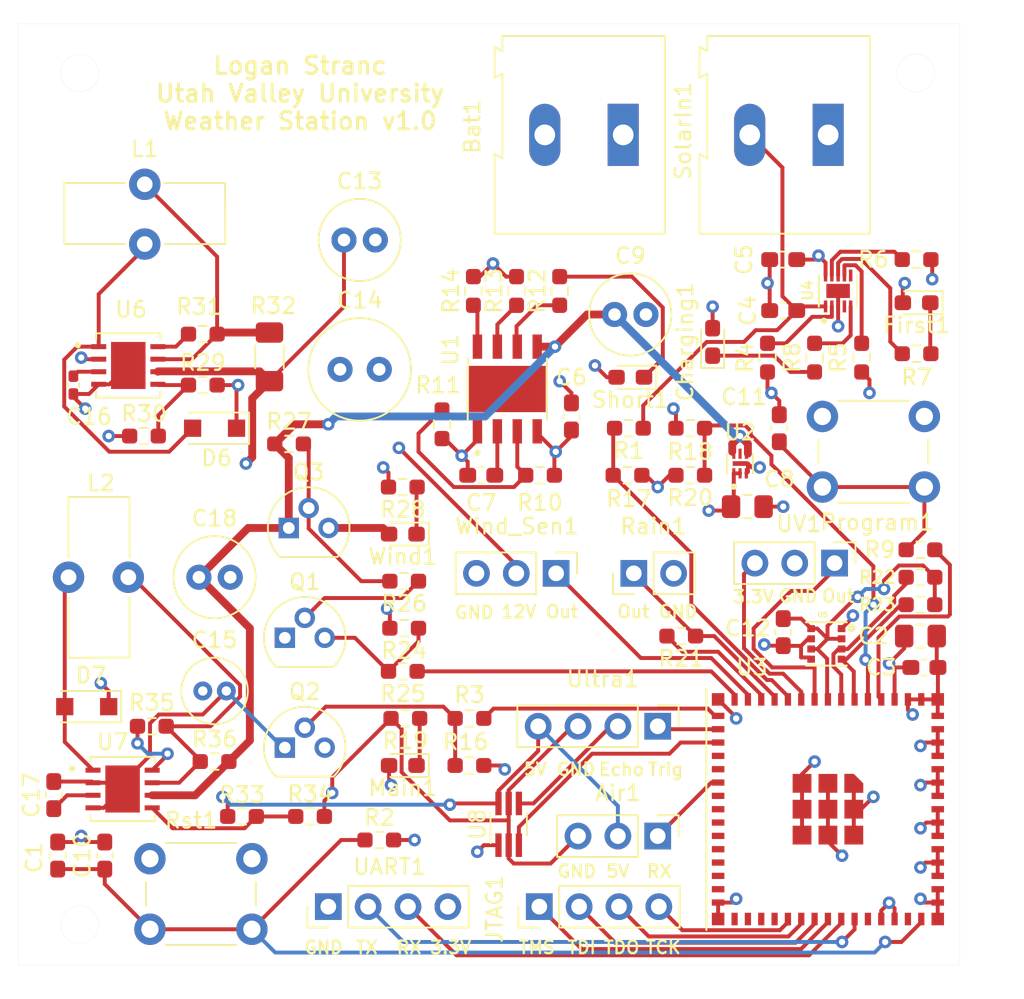
<source format=kicad_pcb>
(kicad_pcb (version 20211014) (generator pcbnew)
  (layers (0 "F.Cu" signal) (1 "In1.Cu" power "Ground.Cu") (2 "In2.Cu" power "Power.Cu") (31 "B.Cu" signal) (34 "B.Paste" user) (35 "F.Paste" user) (36 "B.SilkS" user "B.Silkscreen") (37 "F.SilkS" user "F.Silkscreen") (38 "B.Mask" user) (39 "F.Mask" user) (44 "Edge.Cuts" user))
  (net 0 "")
  (net 1 "GND")
  (net 2 "Net-(C1-Pad2)")
  (net 3 "VDD3.3")
  (net 4 "Net-(C4-Pad2)")
  (net 5 "Vbat")
  (net 6 "Net-(C7-Pad2)")
  (net 7 "Net-(R4-Pad2)")
  (net 8 "Net-(R5-Pad2)")
  (net 9 "Net-(R6-Pad2)")
  (net 10 "Net-(R7-Pad2)")
  (net 11 "Net-(R8-Pad2)")
  (net 12 "Net-(R10-Pad2)")
  (net 13 "Net-(R12-Pad1)")
  (net 14 "Net-(R13-Pad1)")
  (net 15 "Net-(R14-Pad1)")
  (net 17 "VDDraw")
  (net 33 "Net-(C11-Pad1)")
  (net 34 "/TMS")
  (net 35 "/TDI")
  (net 36 "/TDO")
  (net 37 "/TCK")
  (net 38 "/TX")
  (net 39 "/RX")
  (net 40 "Solar")
  (net 41 "Battery")
  (net 42 "Wind")
  (net 43 "Rain")
  (net 44 "UV")
  (net 45 "SDA")
  (net 46 "SCL")
  (net 47 "Trig")
  (net 48 "Echo")
  (net 49 "PPM RX")
  (net 50 "PPM TX")
  (net 51 "Main Gnd")
  (net 52 "Net-(Q1-Pad2)")
  (net 53 "BME Power")
  (net 54 "UV Power")
  (net 55 "Rain Power")
  (net 56 "Wind Pow")
  (net 57 "Net-(Q1-Pad3)")
  (net 58 "Wind 12V")
  (net 59 "Net-(Q3-Pad2)")
  (net 60 "Main Control")
  (net 61 "Wind Control")
  (net 62 "Main 5V")
  (net 63 "Net-(Q2-Pad2)")
  (net 64 "Net-(R9-Pad2)")
  (net 65 "Net-(Charging1-Pad1)")
  (net 66 "Net-(C16-Pad1)")
  (net 67 "Net-(C17-Pad1)")
  (net 68 "Net-(D6-Pad2)")
  (net 69 "Net-(D7-Pad2)")
  (net 70 "Net-(L1-Pad1)")
  (net 71 "Net-(L2-Pad1)")
  (net 72 "Net-(R28-Pad1)")
  (net 73 "Net-(R29-Pad1)")
  (net 74 "Net-(R31-Pad2)")
  (net 75 "Echo High")
  (net 76 "Net-(Main1-Pad1)")
  (net 77 "Net-(R35-Pad2)")
  (net 78 "Net-(First1-Pad1)")
  (net 79 "Net-(R12-Pad2)")
  (net 80 "Net-(R33-Pad1)")
  (footprint "Resistor_SMD:R_0603_1608Metric_Pad0.98x0.95mm_HandSolder" (layer "F.Cu") (at 149.3375 128.5)
    (fp_text reference "R34")
    (fp_text value "3.3k")
  )
  (footprint "Capacitor_SMD:C_0603_1608Metric_Pad1.08x0.95mm_HandSolder" (layer "F.Cu") (at 179.5 96.25)
    (fp_text reference "C4")
    (fp_text value "1u")
  )
  (footprint "Capacitor_THT:C_Radial_D6.3mm_H11.0mm_P2.50mm" (layer "F.Cu") (at 151.25 100)
    (fp_text reference "C14")
    (fp_text value "100u")
  )
  (footprint "Resistor_SMD:R_0603_1608Metric_Pad0.98x0.95mm_HandSolder" (layer "F.Cu") (at 138.75 104.25)
    (fp_text reference "R30")
    (fp_text value "1.18k")
  )
  (footprint "Package_TO_SOT_THT:TO-92" (layer "F.Cu") (at 147.73 124.11)
    (fp_text reference "Q2")
    (fp_text value "2N2222")
  )
  (footprint "Capacitor_SMD:C_0603_1608Metric_Pad1.08x0.95mm_HandSolder" (layer "F.Cu") (at 179.5 116.75 -90)
    (fp_text reference "C12")
    (fp_text value "0.1u")
  )
  (footprint "Resistor_SMD:R_0603_1608Metric_Pad0.98x0.95mm_HandSolder" (layer "F.Cu") (at 155.25 119.25 180)
    (fp_text reference "R25")
    (fp_text value "1k")
  )
  (footprint "Capacitor_SMD:C_0603_1608Metric_Pad1.08x0.95mm_HandSolder" (layer "F.Cu") (at 179.5 93)
    (fp_text reference "C5")
    (fp_text value "1u")
  )
  (footprint "Capacitor_SMD:C_0805_2012Metric_Pad1.18x1.45mm_HandSolder" (layer "F.Cu") (at 188.25 117 180)
    (fp_text reference "C2")
    (fp_text value "10u")
  )
  (footprint "Capacitor_SMD:C_0603_1608Metric_Pad1.08x0.95mm_HandSolder" (layer "F.Cu") (at 133 127.1375 90)
    (fp_text reference "C17")
    (fp_text value "200p")
  )
  (footprint "Resistor_SMD:R_0603_1608Metric_Pad0.98x0.95mm_HandSolder" (layer "F.Cu") (at 145 128.5 180)
    (fp_text reference "R33")
    (fp_text value "10k")
  )
  (footprint "LED_SMD:LED_0603_1608Metric_Pad1.05x0.95mm_HandSolder" (layer "F.Cu") (at 155.25 110.5 180)
    (fp_text reference "Wind1")
    (fp_text value "B/Wind")
  )
  (footprint "Capacitor_SMD:C_0603_1608Metric_Pad1.08x0.95mm_HandSolder" (layer "F.Cu") (at 160.25 106.75)
    (fp_text reference "C7")
    (fp_text value "2n")
  )
  (footprint "Imported:SON40P120X120X60-7N" (layer "F.Cu") (at 176.75 106 90)
    (fp_text reference "U2")
    (fp_text value "MIC5528-3.3YMT-TR")
  )
  (footprint "Resistor_SMD:R_0603_1608Metric_Pad0.98x0.95mm_HandSolder" (layer "F.Cu") (at 178.5 99.25 90)
    (fp_text reference "R4")
    (fp_text value "1k")
  )
  (footprint "Diode_SMD:D_SOD-123F" (layer "F.Cu") (at 143.25 103.75 180)
    (fp_text reference "D6")
    (fp_text value "S14")
  )
  (footprint "Resistor_SMD:R_0603_1608Metric_Pad0.98x0.95mm_HandSolder" (layer "F.Cu") (at 188.25 111.5)
    (fp_text reference "R9")
    (fp_text value "1k")
  )
  (footprint "Package_TO_SOT_THT:TO-92" (layer "F.Cu") (at 147.98 110.11)
    (fp_text reference "Q3")
    (fp_text value "P2N2907A")
  )
  (footprint "Resistor_SMD:R_0603_1608Metric_Pad0.98x0.95mm_HandSolder" (layer "F.Cu") (at 155.4125 122.25 180)
    (fp_text reference "R19")
    (fp_text value "1k")
  )
  (footprint "Resistor_SMD:R_0603_1608Metric_Pad0.98x0.95mm_HandSolder" (layer "F.Cu") (at 159.5 125.25 180)
    (fp_text reference "R16")
    (fp_text value "10k")
  )
  (footprint "Resistor_SMD:R_0603_1608Metric_Pad0.98x0.95mm_HandSolder" (layer "F.Cu") (at 155.25 107.5 180)
    (fp_text reference "R28")
    (fp_text value "1k")
  )
  (footprint "Capacitor_THT:C_Radial_D4.0mm_H7.0mm_P1.50mm" (layer "F.Cu") (at 142.5 120.5)
    (fp_text reference "C15")
    (fp_text value "47u")
  )
  (footprint "Resistor_SMD:R_0603_1608Metric_Pad0.98x0.95mm_HandSolder" (layer "F.Cu") (at 139.25 122.75 180)
    (fp_text reference "R35")
    (fp_text value "180")
  )
  (footprint "Resistor_SMD:R_0603_1608Metric_Pad0.98x0.95mm_HandSolder" (layer "F.Cu") (at 173.575 103.75)
    (fp_text reference "R18")
    (fp_text value "665k")
  )
  (footprint "Resistor_SMD:R_0603_1608Metric_Pad0.98x0.95mm_HandSolder" (layer "F.Cu") (at 169.6625 103.75 180)
    (fp_text reference "R1")
    (fp_text value "665k")
  )
  (footprint "Capacitor_SMD:C_0402_1005Metric_Pad0.74x0.62mm_HandSolder" (layer "F.Cu") (at 134.25 101 -90)
    (fp_text reference "C16")
    (fp_text value "360p")
  )
  (footprint "Resistor_SMD:R_0603_1608Metric_Pad0.98x0.95mm_HandSolder" (layer "F.Cu") (at 188.25 115 180)
    (fp_text reference "R23")
    (fp_text value "10k")
  )
  (footprint "LED_SMD:LED_0603_1608Metric_Pad1.05x0.95mm_HandSolder" (layer "F.Cu") (at 155.25 125.25 180)
    (fp_text reference "Main1")
    (fp_text value "G/Main")
  )
  (footprint "Connector_PinHeader_2.54mm:PinHeader_1x03_P2.54mm_Vertical" (layer "F.Cu") (at 171.5 129.75 -90)
    (fp_text reference "Air1")
    (fp_text value "Air Quality Sensor")
  )
  (footprint "LED_SMD:LED_0603_1608Metric_Pad1.05x0.95mm_HandSolder" (layer "F.Cu") (at 169.75 100.5 180)
    (fp_text reference "Short1")
    (fp_text value "R/Short ")
  )
  (footprint "Inductor_THT:L_Toroid_Vertical_L10.2mm_W3.8mm_P3.8mm" (layer "F.Cu") (at 138.79925 88.2)
    (fp_text reference "L1")
    (fp_text value "100u")
  )
  (footprint "Resistor_SMD:R_0603_1608Metric_Pad0.98x0.95mm_HandSolder" (layer "F.Cu") (at 148 104.75)
    (fp_text reference "R27")
    (fp_text value "10k")
  )
  (footprint "Connector_PinHeader_2.54mm:PinHeader_1x03_P2.54mm_Vertical" (layer "F.Cu") (at 182.775 112.35 -90)
    (fp_text reference "UV1")
    (fp_text value "UV Sensor")
  )
  (footprint "LED_SMD:LED_0603_1608Metric_Pad1.05x0.95mm_HandSolder" (layer "F.Cu") (at 188 95.75 180)
    (fp_text reference "First1")
    (fp_text value "B/First Charge")
  )
  (footprint "Button_Switch_THT:SW_PUSH_6mm_H5mm" (layer "F.Cu") (at 188.5 107.5 180)
    (fp_text reference "Program1")
    (fp_text value "Boot Mode")
  )
  (footprint "Inductor_THT:L_Toroid_Vertical_L10.2mm_W3.8mm_P3.8mm" (layer "F.Cu") (at 137.75 113.25 -90)
    (fp_text reference "L2")
    (fp_text value "100u")
  )
  (footprint "Capacitor_THT:C_Radial_D5.0mm_H11.0mm_P2.00mm" (layer "F.Cu") (at 151.5 91.75)
    (fp_text reference "C13")
    (fp_text value "100u")
  )
  (footprint "Resistor_SMD:R_0603_1608Metric_Pad0.98x0.95mm_HandSolder" (layer "F.Cu") (at 159.75 95 90)
    (fp_text reference "R14")
    (fp_text value "402k")
  )
  (footprint "Resistor_SMD:R_0603_1608Metric_Pad0.98x0.95mm_HandSolder" (layer "F.Cu") (at 143.25 125)
    (fp_text reference "R36")
    (fp_text value "680m")
  )
  (footprint "Diode_SMD:D_SOD-123F" (layer "F.Cu") (at 135.1 121.5 180)
    (fp_text reference "D7")
    (fp_text value "S14")
  )
  (footprint "Capacitor_THT:C_Radial_D5.0mm_H11.0mm_P2.00mm" (layer "F.Cu") (at 142.25 113.25)
    (fp_text reference "C18")
    (fp_text value "100u")
  )
  (footprint "Resistor_SMD:R_0603_1608Metric_Pad0.98x0.95mm_HandSolder" (layer "F.Cu") (at 164 106.75 180)
    (fp_text reference "R10")
    (fp_text value "665k")
  )
  (footprint "Imported:PSON65P250X250X100-8N" (layer "F.Cu") (at 182.25 117.5)
    (fp_text reference "U5")
    (fp_text value "BME280")
  )
  (footprint "Resistor_SMD:R_0603_1608Metric_Pad0.98x0.95mm_HandSolder" (layer "F.Cu") (at 188 93 180)
    (fp_text reference "R6")
    (fp_text value "10k")
  )
  (footprint "Capacitor_SMD:C_0603_1608Metric_Pad1.08x0.95mm_HandSolder" (layer "F.Cu") (at 179.25 103.75 90)
    (fp_text reference "C11")
    (fp_text value "0.1u")
  )
  (footprint "Imported:SON80P400X400X80-9N" (layer "F.Cu") (at 137.3875 126.75)
    (fp_text reference "U7")
    (fp_text value "MC33063ADRJR")
  )
  (footprint "Capacitor_SMD:C_0603_1608Metric_Pad1.08x0.95mm_HandSolder" (layer "F.Cu") (at 136.25 130.9925 90)
    (fp_text reference "C10")
    (fp_text value "0.1u")
  )
  (footprint "Package_TO_SOT_THT:TO-92" (layer "F.Cu") (at 147.73 117.11)
    (fp_text reference "Q1")
    (fp_text value "C1815")
  )
  (footprint "TerminalBlock:TerminalBlock_Altech_AK300-2_P5.00mm" (layer "F.Cu") (at 182.365 85.05 180)
    (fp_text reference "SolarIn1")
    (fp_text value "Solar Panel")
  )
  (footprint "Package_TO_SOT_SMD:SOT-363_SC-70-6_Handsoldering" (layer "F.Cu") (at 162 129 90)
    (fp_text reference "U8")
    (fp_text value "74LVCH1T45GW")
  )
  (footprint "Capacitor_SMD:C_0603_1608Metric_Pad1.08x0.95mm_HandSolder" (layer "F.Cu") (at 166 103 90)
    (fp_text reference "C6")
    (fp_text value "0.1u")
  )
  (footprint "TerminalBlock:TerminalBlock_Altech_AK300-2_P5.00mm" (layer "F.Cu") (at 169.3 85.05 180)
    (fp_text reference "Bat1")
    (fp_text value "LiPo")
  )
  (footprint "Imported:VREG_LM5017MR_NOPB" (layer "F.Cu") (at 161.9125 101.25 90)
    (fp_text reference "U1")
    (fp_text value "TPS259621DDAT")
  )
  (footprint "LED_SMD:LED_0603_1608Metric_Pad1.05x0.95mm_HandSolder" (layer "F.Cu") (at 175 98.25 90)
    (fp_text reference "Charging1")
    (fp_text value "G/Charging")
  )
  (footprint "Capacitor_SMD:C_0805_2012Metric_Pad1.18x1.45mm_HandSolder" (layer "F.Cu") (at 177.2125 108.75)
    (fp_text reference "C8")
    (fp_text value "10u")
  )
  (footprint "Resistor_SMD:R_0603_1608Metric_Pad0.98x0.95mm_HandSolder" (layer "F.Cu") (at 181.5 99.25 90)
    (fp_text reference "R8")
    (fp_text value "1k")
  )
  (footprint "Resistor_SMD:R_0603_1608Metric_Pad0.98x0.95mm_HandSolder" (layer "F.Cu") (at 188 99 180)
    (fp_text reference "R7")
    (fp_text value "1k")
  )
  (footprint "Resistor_SMD:R_1206_3216Metric_Pad1.30x1.75mm_HandSolder" (layer "F.Cu") (at 146.75 99.2 -90)
    (fp_text reference "R32")
    (fp_text value "390m")
  )
  (footprint "Resistor_SMD:R_0603_1608Metric_Pad0.98x0.95mm_HandSolder" (layer "F.Cu") (at 188.25 113.25 180)
    (fp_text reference "R22")
    (fp_text value "10k")
  )
  (footprint "Imported:SON40P200X200X80-11N" (layer "F.Cu") (at 183 95 90)
    (fp_text reference "U4")
    (fp_text value "BQ24040DSQR")
  )
  (footprint "Resistor_SMD:R_0603_1608Metric_Pad0.98x0.95mm_HandSolder" (layer "F.Cu") (at 162.5 95 90)
    (fp_text reference "R13")
    (fp_text value "1k")
  )
  (footprint "Connector_PinHeader_2.54mm:PinHeader_1x04_P2.54mm_Vertical" (layer "F.Cu") (at 171.5 122.75 -90)
    (fp_text reference "Ultra1")
    (fp_text value "Ultrasonic Sensor")
  )
  (footprint "Capacitor_SMD:C_0603_1608Metric_Pad1.08x0.95mm_HandSolder" (layer "F.Cu") (at 188.5 119 180)
    (fp_text reference "C3")
    (fp_text value "0.1u")
  )
  (footprint "Connector_PinHeader_2.54mm:PinHeader_1x03_P2.54mm_Vertical" (layer "F.Cu") (at 165.025 113 -90)
    (fp_text reference "Wind_Sen1")
    (fp_text value "Wind Sensor")
  )
  (footprint "Button_Switch_THT:SW_PUSH_6mm_H5mm" (layer "F.Cu") (at 145.63 135.69 180)
    (fp_text reference "Rst1")
    (fp_text value "Reset")
  )
  (footprint "Capacitor_SMD:C_0603_1608Metric_Pad1.08x0.95mm_HandSolder" (layer "F.Cu") (at 133.25 130.9925 -90)
    (fp_text reference "C1")
    (fp_text value "1u")
  )
  (footprint "Connector_PinHeader_2.54mm:PinHeader_1x04_P2.54mm_Vertical" (layer "F.Cu") (at 163.95 134.25 90)
    (fp_text reference "JTAG1")
    (fp_text value "JTAG")
  )
  (footprint "Resistor_SMD:R_0603_1608Metric_Pad0.98x0.95mm_HandSolder" (layer "F.Cu") (at 142.5 101)
    (fp_text reference "R29")
    (fp_text value "10k")
  )
  (footprint "Imported:SON80P400X400X80-9N" (layer "F.Cu") (at 137.75 99.75)
    (fp_text reference "U6")
    (fp_text value "MC33063ADRJR")
  )
  (footprint "Resistor_SMD:R_0603_1608Metric_Pad0.98x0.95mm_HandSolder" (layer "F.Cu") (at 184.5 99.25 90)
    (fp_text reference "R5")
    (fp_text value "10k")
  )
  (footprint "Imported:XCVR_ESP32-S2-MINI-1" (layer "F.Cu") (at 182.35 128.0375 -90)
    (fp_text reference "U3")
    (fp_text value "ESP32-S2-MINI-1")
  )
  (footprint "Resistor_SMD:R_0603_1608Metric_Pad0.98x0.95mm_HandSolder" (layer "F.Cu") (at 153.75 130)
    (fp_text reference "R2")
    (fp_text value "10k")
  )
  (footprint "Resistor_SMD:R_0603_1608Metric_Pad0.98x0.95mm_HandSolder" (layer "F.Cu") (at 173 117 180)
    (fp_text reference "R21")
    (fp_text value "2.4M")
  )
  (footprint "Resistor_SMD:R_0603_1608Metric_Pad0.98x0.95mm_HandSolder" (layer "F.Cu") (at 157.75 103.5 -90)
    (fp_text reference "R11")
    (fp_text value "402k")
  )
  (footprint "Connector_PinHeader_2.54mm:PinHeader_1x04_P2.54mm_Vertical" (layer "F.Cu") (at 150.5 134.25 90)
    (fp_text reference "UART1")
    (fp_text value "UART")
  )
  (footprint "Resistor_SMD:R_0603_1608Metric_Pad0.98x0.95mm_HandSolder" (layer "F.Cu") (at 155.3375 113.5 180)
    (fp_text reference "R26")
    (fp_text value "220")
  )
  (footprint "Resistor_SMD:R_0603_1608Metric_Pad0.98x0.95mm_HandSolder" (layer "F.Cu") (at 142.5 97.75 180)
    (fp_text reference "R31")
    (fp_text value "180")
  )
  (footprint "Resistor_SMD:R_0603_1608Metric_Pad0.98x0.95mm_HandSolder" (layer "F.Cu") (at 155.3375 116.5 180)
    (fp_text reference "R24")
    (fp_text value "10k")
  )
  (footprint "Resistor_SMD:R_0603_1608Metric_Pad0.98x0.95mm_HandSolder" (layer "F.Cu") (at 173.575 106.75 180)
    (fp_text reference "R20")
    (fp_text value "2.4M")
  )
  (footprint "Resistor_SMD:R_0603_1608Metric_Pad0.98x0.95mm_HandSolder" (layer "F.Cu") (at 165.25 95 90)
    (fp_text reference "R12")
    (fp_text value "1k")
  )
  (footprint "Connector_PinHeader_2.54mm:PinHeader_1x02_P2.54mm_Vertical" (layer "F.Cu") (at 169.975 113 90)
    (fp_text reference "Rain1")
    (fp_text value "Rain Sensor")
  )
  (footprint "Capacitor_THT:C_Radial_D5.0mm_H11.0mm_P2.00mm" (layer "F.Cu") (at 168.75 96.5)
    (fp_text reference "C9")
    (fp_text value "220u")
  )
  (footprint "Resistor_SMD:R_0603_1608Metric_Pad0.98x0.95mm_HandSolder" (layer "F.Cu") (at 169.575 106.75)
    (fp_text reference "R17")
    (fp_text value "402k")
  )
  (footprint "Resistor_SMD:R_0603_1608Metric_Pad0.98x0.95mm_HandSolder" (layer "F.Cu") (at 159.5 122.25)
    (fp_text reference "R3")
    (fp_text value "220")
  )
  (gr_circle (center 187.95 81.1) (end 189.154606 81.1) (layer "Edge.Cuts") (width 0.01) (fill none))
  (gr_rect (start 190.7515 77.97) (end 130.7485 137.978) (layer "Edge.Cuts") (width 0.01) (fill none))
  (gr_circle (center 134.65 81.1) (end 135.854606 81.1) (layer "Edge.Cuts") (width 0.01) (fill none))
  (gr_circle (center 134.65 135.404605) (end 135.854606 135.404605) (layer "Edge.Cuts") (width 0.01) (fill none))
  (gr_text "GND\n" (at 172.8 115.45) (layer "F.SilkS") (effects (font (size 0.8 0.8))))
  (gr_text "3.3V" (at 177.6 114.5) (layer "F.SilkS") (effects (font (size 0.8 0.8))))
  (gr_text "Echo" (at 169.2 125.5) (layer "F.SilkS") (effects (font (size 0.8 0.8))))
  (gr_text "TDI" (at 166.65 136.85) (layer "F.SilkS") (effects (font (size 0.8 0.8))))
  (gr_text "5V" (at 163.7 125.5) (layer "F.SilkS") (effects (font (size 0.8 0.8))))
  (gr_text "Trig" (at 172 125.5) (layer "F.SilkS") (effects (font (size 0.8 0.8))))
  (gr_text "GND\n" (at 150.2 136.85) (layer "F.SilkS") (effects (font (size 0.8 0.8))))
  (gr_text "TMS" (at 163.8 136.85) (layer "F.SilkS") (effects (font (size 0.8 0.8))))
  (gr_text "TCK" (at 171.85 136.85) (layer "F.SilkS") (effects (font (size 0.8 0.8))))
  (gr_text "GND" (at 159.8 115.5) (layer "F.SilkS") (effects (font (size 0.8 0.8))))
  (gr_text "Out" (at 183 114.45) (layer "F.SilkS") (effects (font (size 0.8 0.8))))
  (gr_text "RX" (at 171.6 132) (layer "F.SilkS") (effects (font (size 0.8 0.8))))
  (gr_text "GND\n" (at 166.35 132) (layer "F.SilkS") (effects (font (size 0.8 0.8))))
  (gr_text "GND\n" (at 166.3 125.5) (layer "F.SilkS") (effects (font (size 0.8 0.8))))
  (gr_text "Out" (at 169.95 115.45) (layer "F.SilkS") (effects (font (size 0.8 0.8))))
  (gr_text "12V" (at 162.65 115.45) (layer "F.SilkS") (effects (font (size 0.8 0.8))))
  (gr_text "Logan Stranc\nUtah Valley University\nWeather Station v1.0" (at 148.7 82.4) (layer "F.SilkS") (effects (font (size 1.1 1.1) (thickness 0.2))))
  (gr_text "TX" (at 152.95 136.85) (layer "F.SilkS") (effects (font (size 0.8 0.8))))
  (gr_text "Out" (at 165.4 115.45) (layer "F.SilkS") (effects (font (size 0.8 0.8))))
  (gr_text "3.3V" (at 158.3 136.85) (layer "F.SilkS") (effects (font (size 0.8 0.8))))
  (gr_text "5V" (at 168.95 132) (layer "F.SilkS") (effects (font (size 0.8 0.8))))
  (gr_text "TDO" (at 169.2 136.85) (layer "F.SilkS") (effects (font (size 0.8 0.8))))
  (gr_text "RX" (at 155.65 136.85) (layer "F.SilkS") (effects (font (size 0.8 0.8))))
  (gr_text "GND\n" (at 180.45 114.45) (layer "F.SilkS") (effects (font (size 0.8 0.8))))
  (segment (start 134.85 99.35) (end 134.75 99.25) (width 0.25) (layer "F.Cu") (net 1))
  (segment (start 160.0075 104.4925) (end 159 105.5) (width 0.25) (layer "F.Cu") (net 1))
  (segment (start 135.865 99.35) (end 134.85 99.35) (width 0.25) (layer "F.Cu") (net 1))
  (segment (start 154.425 116.5) (end 154.425 115.425) (width 0.25) (layer "F.Cu") (net 1))
  (segment (start 160.0075 103.95) (end 160.0075 104.4925) (width 0.25) (layer "F.Cu") (net 1))
  (segment (start 189.35 128.8875) (end 189.35 129.7375) (width 0.25) (layer "F.Cu") (net 1))
  (segment (start 184 128.0375) (end 184.4625 128.0375) (width 0.25) (layer "F.Cu") (net 1))
  (segment (start 189.35 131.4375) (end 188.5625 131.4375) (width 0.25) (layer "F.Cu") (net 1))
  (segment (start 189.35 130.5875) (end 189.35 131.4375) (width 0.25) (layer "F.Cu") (net 1))
  (segment (start 189.3625 121.025) (end 189.35 121.0375) (width 0.25) (layer "F.Cu") (net 1))
  (segment (start 133.25 130.13) (end 134.3625 130.13) (width 0.25) (layer "F.Cu") (net 1))
  (segment (start 180.7 129.6875) (end 180.7 128.0375) (width 0.25) (layer "F.Cu") (net 1))
  (segment (start 187.45 121.0375) (end 187.45 121.7) (width 0.25) (layer "F.Cu") (net 1))
  (segment (start 184 128.0375) (end 184 129.6875) (width 0.25) (layer "F.Cu") (net 1))
  (segment (start 137.8375 104.25) (end 136.5 104.25) (width 0.25) (layer "F.Cu") (net 1))
  (segment (start 178.5 100.1625) (end 178.5 101.25) (width 0.25) (layer "F.Cu") (net 1))
  (segment (start 161.5 125.25) (end 161.75 125.5) (width 0.25) (layer "F.Cu") (net 1))
  (segment (start 183.941806 115.691806) (end 183.941806 115.803194) (width 0.25) (layer "F.Cu") (net 1))
  (segment (start 134.25 101.5675) (end 134.25 101.75) (width 0.25) (layer "F.Cu") (net 1))
  (segment (start 189.3625 119) (end 189.3625 121.025) (width 0.25) (layer "F.Cu") (net 1))
  (segment (start 189.2875 118.925) (end 189.3625 119) (width 0.25) (layer "F.Cu") (net 1))
  (segment (start 182.35 129.6875) (end 182.35 130.1) (width 0.25) (layer "F.Cu") (net 1))
  (segment (start 176.5 122.25) (end 176.5 122.1875) (width 0.25) (layer "F.Cu") (net 1))
  (segment (start 182.35 128.0375) (end 182.35 126.3875) (width 0.25) (layer "F.Cu") (net 1))
  (segment (start 189.35 131.4375) (end 189.35 132.2875) (width 0.25) (layer "F.Cu") (net 1))
  (segment (start 154.425 115.425) (end 154.25 115.25) (width 0.25) (layer "F.Cu") (net 1))
  (segment (start 159.3875 106.75) (end 159.3875 105.8875) (width 0.25) (layer "F.Cu") (net 1))
  (segment (start 181.1675 118.3625) (end 181.28 118.475) (width 0.25) (layer "F.Cu") (net 1))
  (segment (start 180.6375 118.3625) (end 181.1675 118.3625) (width 0.25) (layer "F.Cu") (net 1))
  (segment (start 182.35 130.1) (end 183.25 131) (width 0.25) (layer "F.Cu") (net 1))
  (segment (start 188.5625 131.4375) (end 188.25 131.75) (width 0.25) (layer "F.Cu") (net 1))
  (segment (start 183 97.25) (end 183 95.985) (width 0.25) (layer "F.Cu") (net 1))
  (segment (start 160.4125 125.25) (end 161.5 125.25) (width 0.25) (layer "F.Cu") (net 1))
  (segment (start 135.1375 130.13) (end 134.75 129.7425) (width 0.25) (layer "F.Cu") (net 1))
  (segment (start 134.25 101.5675) (end 135.2475 101.5675) (width 0.25) (layer "F.Cu") (net 1))
  (segment (start 186.6 134.35) (end 186.25 134) (width 0.25) (layer "F.Cu") (net 1))
  (segment (start 161.8375 94.0875) (end 161 93.25) (width 0.25) (layer "F.Cu") (net 1))
  (segment (start 188.3 121.0375) (end 189.35 121.0375) (width 0.25) (layer "F.Cu") (net 1))
  (segment (start 186.6 135.0375) (end 186.6 134.35) (width 0.25) (layer "F.Cu") (net 1))
  (segment (start 187.45 121.0375) (end 188.3 121.0375) (width 0.25) (layer "F.Cu") (net 1))
  (segment (start 189.35 128.0375) (end 189.35 128.8875) (width 0.25) (layer "F.Cu") (net 1))
  (segment (start 189.35 126.3375) (end 188.4125 126.3375) (width 0.25) (layer "F.Cu") (net 1))
  (segment (start 184 128.0375) (end 184 126.3875) (width 0.25) (layer "F.Cu") (net 1))
  (segment (start 189.35 128.8875) (end 188.6125 128.8875) (width 0.25) (layer "F.Cu") (net 1))
  (segment (start 157.75 104.4125) (end 157.9125 104.4125) (width 0.25) (layer "F.Cu") (net 1))
  (segment (start 180.6375 117.624408) (end 180.6375 118.3625) (width 0.25) (layer "F.Cu") (net 1))
  (segment (start 178 106.25) (end 177.5 106.25) (width 0.25) (layer "F.Cu") (net 1))
  (segment (start 189.35 122.9375) (end 189.35 123.7875) (width 0.25) (layer "F.Cu") (net 1))
  (segment (start 188.4875 133.9875) (end 188.25 133.75) (width 0.25) (layer "F.Cu") (net 1))
  (segment (start 183 95) (end 183 95.985) (width 0.25) (layer "F.Cu") (net 1))
  (segment (start 189.2875 117) (end 189.2875 118.925) (width 0.25) (layer "F.Cu") (net 1))
  (segment (start 189.35 121.0375) (end 189.35 122.0875) (width 0.25) (layer "F.Cu") (net 1))
  (segment (start 179.511908 117.624408) (end 179.5 117.6125) (width 0.25) (layer "F.Cu") (net 1))
  (segment (start 166 101.5) (end 165.25 100.75) (width 0.25) (layer "F.Cu") (net 1))
  (segment (start 178.5 101.25) (end 178.75 101.5) (width 0.25) (layer "F.Cu") (net 1))
  (segment (start 189 94.25) (end 189 93.0875) (width 0.25) (layer "F.Cu") (net 1))
  (segment (start 159.3875 105.8875) (end 159 105.5) (width 0.25) (layer "F.Cu") (net 1))
  (segment (start 134.25 101.75) (end 135 102.5) (width 0.25) (layer "F.Cu") (net 1))
  (segment (start 180.6375 117.624408) (end 179.511908 117.624408) (width 0.25) (layer "F.Cu") (net 1))
  (segment (start 181.28 117.175) (end 181.086908 117.175) (width 0.25) (layer "F.Cu") (net 1))
  (segment (start 179.25 102.8875) (end 179.25 102) (width 0.25) (layer "F.Cu") (net 1))
  (segment (start 160.1625 94.0875) (end 161 93.25) (width 0.25) (layer "F.Cu") (net 1))
  (segment (start 154.3375 106.5875) (end 154 106.25) (width 0.25) (layer "F.Cu") (net 1))
  (segment (start 136.25 130.13) (end 135.1375 130.13) (width 0.25) (layer "F.Cu") (net 1))
  (segment (start 189.35 133.1375) (end 189.35 133.9875) (width 0.25) (layer "F.Cu") (net 1))
  (segment (start 180.7 126.3875) (end 180.7 128.0375) (width 0.25) (layer "F.Cu") (net 1))
  (segment (start 183.941806 115.803194) (end 183.22 116.525) (width 0.25) (layer "F.Cu") (net 1))
  (segment (start 176.5 122.1875) (end 175.35 121.0375) (width 0.25) (layer "F.Cu") (net 1))
  (segment (start 188.4125 126.3375) (end 188.25 126.5) (width 0.25) (layer "F.Cu") (net 1))
  (segment (start 185 101.5) (end 185 100.6625) (width 0.25) (layer "F.Cu") (net 1))
  (segment (start 182.35 129.6875) (end 182.35 128.0375) (width 0.25) (layer "F.Cu") (net 1))
  (segment (start 178.6375 93) (end 178.6375 94.3625) (width 0.25) (layer "F.Cu") (net 1))
  (segment (start 181.086908 117.175) (end 180.6375 117.624408) (width 0.25) (layer "F.Cu") (net 1))
  (segment (start 185 100.6625) (end 184.5 100.1625) (width 0.25) (layer "F.Cu") (net 1))
  (segment (start 188.4625 123.7875) (end 188.25 124) (width 0.25) (layer "F.Cu") (net 1))
  (segment (start 178.6375 94.6375) (end 178.5 94.5) (width 0.25) (layer "F.Cu") (net 1))
  (segment (start 154.3375 107.5) (end 154.3375 106.5875) (width 0.25) (layer "F.Cu") (net 1))
  (segment (start 172.6625 106.75) (end 172.25 106.75) (width 0.25) (layer "F.Cu") (net 1))
  (segment (start 185.75 134.5) (end 186.25 134) (width 0.25) (layer "F.Cu") (net 1))
  (segment (start 134.3625 130.13) (end 134.75 129.7425) (width 0.25) (layer "F.Cu") (net 1))
  (segment (start 136.55 100.95) (end 137.75 99.75) (width 0.25) (layer "F.Cu") (net 1))
  (segment (start 189.35 133.9875) (end 189.35 135.0375) (width 0.25) (layer "F.Cu") (net 1))
  (segment (start 170.75 106.75) (end 171.5 107.5) (width 0.25) (layer "F.Cu") (net 1))
  (segment (start 189.35 123.7875) (end 189.35 124.6375) (width 0.25) (layer "F.Cu") (net 1))
  (segment (start 177.25 106.525) (end 177.15 106.625) (width 0.25) (layer "F.Cu") (net 1))
  (segment (start 180.7 126.3875) (end 180.7 125.8) (width 0.25) (layer "F.Cu") (net 1))
  (segment (start 157.9125 104.4125) (end 159 105.5) (width 0.25) (layer "F.Cu") (net 1))
  (segment (start 135.865 100.95) (end 136.55 100.95) (width 0.25) (layer "F.Cu") (net 1))
  (segment (start 189.35 123.7875) (end 188.4625 123.7875) (width 0.25) (layer "F.Cu") (net 1))
  (segment (start 180.7 125.8) (end 181.5 125) (width 0.25) (layer "F.Cu") (net 1))
  (segment (start 189.35 133.9875) (end 188.4875 133.9875) (width 0.25) (layer "F.Cu") (net 1))
  (segment (start 176.75 106) (end 177.25 106) (width 0.25) (layer "F.Cu") (net 1))
  (segment (start 177.5 106.25) (end 177.25 106) (width 0.25) (layer "F.Cu") (net 1))
  (segment (start 170.4875 106.75) (end 170.75 106.75) (width 0.25) (layer "F.Cu") (net 1))
  (segment (start 178.3625 117.6125) (end 178.289552 117.539552) (width 0.25) (layer "F.Cu") (net 1))
  (segment (start 184.4625 128.0375) (end 185.25 127.25) (width 0.25) (layer "F.Cu") (net 1))
  (segment (start 179.5 117.6125) (end 178.3625 117.6125) (width 0.25) (layer "F.Cu") (net 1))
  (segment (start 135.2475 101.5675) (end 135.865 100.95) (width 0.25) (layer "F.Cu") (net 1))
  (segment (start 188.6125 128.8875) (end 188.25 129.25) (width 0.25) (layer "F.Cu") (net 1))
  (segment (start 175.35 135.0375) (end 175.35 133.9875) (width 0.25) (layer "F.Cu") (net 1))
  (segment (start 176.2625 133.9875) (end 176.5 133.75) (width 0.25) (layer "F.Cu") (net 1))
  (segment (start 185.75 135.0375) (end 185.75 134.5) (width 0.25) (layer "F.Cu") (net 1))
  (segment (start 187.45 121.7) (end 187.75 122) (width 0.25) (layer "F.Cu") (net 1))
  (segment (start 178.25 108.75) (end 179.5 108.75) (width 0.25) (layer "F.Cu") (net 1))
  (segment (start 159.75 94.0875) (end 160.1625 94.0875) (width 0.25) (layer "F.Cu") (net 1))
  (segment (start 189.35 125.4875) (end 189.35 126.3375) (width 0.25) (layer "F.Cu") (net 1))
  (segment (start 189 93.0875) (end 188.9125 93) (width 0.25) (layer "F.Cu") (net 1))
  (segment (start 189.35 126.3375) (end 189.35 127.1875) (width 0.25) (layer "F.Cu") (net 1))
  (segment (start 177.25 106) (end 177.25 106.525) (width 0.25) (layer "F.Cu") (net 1))
  (segment (start 172.25 106.75) (end 171.5 107.5) (width 0.25) (layer "F.Cu") (net 1))
  (segment (start 175.35 133.9875) (end 176.2625 133.9875) (width 0.25) (layer "F.Cu") (net 1))
  (segment (start 179.25 102) (end 178.75 101.5) (width 0.25) (layer "F.Cu") (net 1))
  (segment (start 166 102.1375) (end 166 101.5) (width 0.25) (layer "F.Cu") (net 1))
  (segment (start 178.6375 96.25) (end 178.6375 94.6375) (width 0.25) (layer "F.Cu") (net 1))
  (segment (start 178.6375 94.3625) (end 178.5 94.5) (width 0.25) (layer "F.Cu") (net 1))
  (segment (start 162.5 94.0875) (end 161.8375 94.0875) (width 0.25) (layer "F.Cu") (net 1))
  (via (at 159 105.5) (size 0.8) (drill 0.4) (layers "F.Cu" "B.Cu") (net 1))
  (via (at 185.25 127.25) (size 0.8) (drill 0.4) (layers "F.Cu" "B.Cu") (net 1))
  (via (at 154.25 115.25) (size 0.8) (drill 0.4) (layers "F.Cu" "B.Cu") (net 1))
  (via (at 188.25 124) (size 0.8) (drill 0.4) (layers "F.Cu" "B.Cu") (net 1))
  (via (at 178.5 94.5) (size 0.8) (drill 0.4) (layers "F.Cu" "B.Cu") (net 1))
  (via (at 186.25 134) (size 0.8) (drill 0.4) (layers "F.Cu" "B.Cu") (net 1))
  (via (at 135 102.5) (size 0.8) (drill 0.4) (layers "F.Cu" "B.Cu") (net 1))
  (via (at 179.5 108.75) (size 0.8) (drill 0.4) (layers "F.Cu" "B.Cu") (net 1))
  (via (at 171.5 107.5) (size 0.8) (drill 0.4) (layers "F.Cu" "B.Cu") (net 1))
  (via (at 188.25 129.25) (size 0.8) (drill 0.4) (layers "F.Cu" "B.Cu") (net 1))
  (via (at 165.25 100.75) (size 0.8) (drill 0.4) (layers "F.Cu" "B.Cu") (net 1))
  (via (at 176.5 122.25) (size 0.8) (drill 0.4) (layers "F.Cu" "B.Cu") (net 1))
  (via (at 134.75 99.25) (size 0.8) (drill 0.4) (layers "F.Cu" "B.Cu") (net 1))
  (via (at 187.75 122) (size 0.8) (drill 0.4) (layers "F.Cu" "B.Cu") (net 1))
  (via (at 154 106.25) (size 0.8) (drill 0.4) (layers "F.Cu" "B.Cu") (net 1))
  (via (at 134.75 129.7425) (size 0.8) (drill 0.4) (layers "F.Cu" "B.Cu") (net 1))
  (via (at 188.25 133.75) (size 0.8) (drill 0.4) (layers "F.Cu" "B.Cu") (net 1))
  (via (at 161 93.25) (size 0.8) (drill 0.4) (layers "F.Cu" "B.Cu") (net 1))
  (via (at 185 101.5) (size 0.8) (drill 0.4) (layers "F.Cu" "B.Cu") (net 1))
  (via (at 176.5 133.75) (size 0.8) (drill 0.4) (layers "F.Cu" "B.Cu") (net 1))
  (via (at 183 97.25) (size 0.8) (drill 0.4) (layers "F.Cu" "B.Cu") (net 1))
  (via (at 178.75 101.5) (size 0.8) (drill 0.4) (layers "F.Cu" "B.Cu") (net 1))
  (via (at 181.5 125) (size 0.8) (drill 0.4) (layers "F.Cu" "B.Cu") (net 1))
  (via (at 189 94.25) (size 0.8) (drill 0.4) (layers "F.Cu" "B.Cu") (net 1))
  (via (at 178.289552 117.539552) (size 0.8) (drill 0.4) (layers "F.Cu" "B.Cu") (net 1))
  (via (at 161.75 125.5) (size 0.8) (drill 0.4) (layers "F.Cu" "B.Cu") (net 1))
  (via (at 183.25 131) (size 0.8) (drill 0.4) (layers "F.Cu" "B.Cu") (net 1))
  (via (at 188.25 126.5) (size 0.8) (drill 0.4) (layers "F.Cu" "B.Cu") (net 1))
  (via (at 183.941806 115.691806) (size 0.8) (drill 0.4) (layers "F.Cu" "B.Cu") (net 1))
  (via (at 136.5 104.25) (size 0.8) (drill 0.4) (layers "F.Cu" "B.Cu") (net 1))
  (via (at 178 106.25) (size 0.8) (drill 0.4) (layers "F.Cu" "B.Cu") (net 1))
  (via (at 188.25 131.75) (size 0.8) (drill 0.4) (layers "F.Cu" "B.Cu") (net 1))
  (segment (start 145.63 135.69) (end 139.13 135.69) (width 0.25) (layer "F.Cu") (net 2))
  (segment (start 188.3 135.2375) (end 187.0375 136.5) (width 0.25) (layer "F.Cu") (net 2))
  (segment (start 136.25 132.81) (end 139.13 135.69) (width 0.25) (layer "F.Cu") (net 2))
  (segment (start 188.3 135.0375) (end 188.3 135.2375) (width 0.25) (layer "F.Cu") (net 2))
  (segment (start 145.63 135.69) (end 151.32 130) (width 0.25) (layer "F.Cu") (net 2))
  (segment (start 136.25 131.855) (end 136.25 132.81) (width 0.25) (layer "F.Cu") (net 2))
  (segment (start 187.0375 136.5) (end 186 136.5) (width 0.25) (layer "F.Cu") (net 2))
  (segment (start 136.25 131.855) (end 133.25 131.855) (width 0.25) (layer "F.Cu") (net 2))
  (segment (start 151.32 130) (end 152.8375 130) (width 0.25) (layer "F.Cu") (net 2))
  (via (at 186 136.5) (size 0.8) (drill 0.4) (layers "F.Cu" "B.Cu") (net 2))
  (segment (start 186 136.5) (end 185.325 137.175) (width 0.25) (layer "B.Cu") (net 2))
  (segment (start 147.115 137.175) (end 145.63 135.69) (width 0.25) (layer "B.Cu") (net 2))
  (segment (start 185.325 137.175) (end 147.115 137.175) (width 0.25) (layer "B.Cu") (net 2))
  (segment (start 176.75 106.625) (end 176.35 106.625) (width 0.25) (layer "F.Cu") (net 3))
  (segment (start 154.375 125.25) (end 154.375 126.375) (width 0.25) (layer "F.Cu") (net 3))
  (segment (start 176.35 108.575) (end 176.175 108.75) (width 0.25) (layer "F.Cu") (net 3))
  (segment (start 174.75 109) (end 175.925 109) (width 0.25) (layer "F.Cu") (net 3))
  (segment (start 187.2125 117.7875) (end 186.25 118.75) (width 0.25) (layer "F.Cu") (net 3))
  (segment (start 175.925 109) (end 176.175 108.75) (width 0.25) (layer "F.Cu") (net 3))
  (segment (start 186.6 121.0375) (end 186.6 119.1) (width 0.25) (layer "F.Cu") (net 3))
  (segment (start 176.35 106.625) (end 176.35 108.575) (width 0.25) (layer "F.Cu") (net 3))
  (segment (start 187.2125 117) (end 187.2125 117.7875) (width 0.25) (layer "F.Cu") (net 3))
  (segment (start 161.35 130.33) (end 160.42 130.33) (width 0.25) (layer "F.Cu") (net 3))
  (segment (start 186.6 119.1) (end 186.25 118.75) (width 0.25) (layer "F.Cu") (net 3))
  (segment (start 186.5 119) (end 186.25 118.75) (width 0.25) (layer "F.Cu") (net 3))
  (segment (start 160.42 130.33) (end 160 130.75) (width 0.25) (layer "F.Cu") (net 3))
  (segment (start 154.375 126.375) (end 154.5 126.5) (width 0.25) (layer "F.Cu") (net 3))
  (segment (start 154.6625 130) (end 156 130) (width 0.25) (layer "F.Cu") (net 3))
  (segment (start 187.6375 119) (end 186.5 119) (width 0.25) (layer "F.Cu") (net 3))
  (via (at 156 130) (size 0.8) (drill 0.4) (layers "F.Cu" "B.Cu") (net 3))
  (via (at 154.5 126.5) (size 0.8) (drill 0.4) (layers "F.Cu" "B.Cu") (net 3))
  (via (at 160 130.75) (size 0.8) (drill 0.4) (layers "F.Cu" "B.Cu") (net 3))
  (via (at 174.75 109) (size 0.8) (drill 0.4) (layers "F.Cu" "B.Cu") (net 3))
  (via (at 186.25 118.75) (size 0.8) (drill 0.4) (layers "F.Cu" "B.Cu") (net 3))
  (segment (start 179.45 95.3375) (end 180.3625 96.25) (width 0.25) (layer "F.Cu") (net 4))
  (segment (start 174.625216 98.25) (end 170.575 102.300216) (width 0.25) (layer "F.Cu") (net 4))
  (segment (start 180.3625 96.25) (end 179.1125 97.5) (width 0.25) (layer "F.Cu") (net 4))
  (segment (start 177.365 85.05) (end 179.45 87.135) (width 0.25) (layer "F.Cu") (net 4))
  (segment (start 170.575 102.300216) (end 170.575 103.75) (width 0.25) (layer "F.Cu") (net 4))
  (segment (start 182.2 95.985) (end 180.6275 95.985) (width 0.25) (layer "F.Cu") (net 4))
  (segment (start 179.45 87.135) (end 179.45 95.3375) (width 0.25) (layer "F.Cu") (net 4))
  (segment (start 179.1125 97.5) (end 177.75 97.5) (width 0.25) (layer "F.Cu") (net 4))
  (segment (start 177.75 97.5) (end 177 98.25) (width 0.25) (layer "F.Cu") (net 4))
  (segment (start 177 98.25) (end 174.625216 98.25) (width 0.25) (layer "F.Cu") (net 4))
  (segment (start 180.6275 95.985) (end 180.3625 96.25) (width 0.25) (layer "F.Cu") (net 4))
  (segment (start 166 103.8625) (end 166 104.25) (width 0.25) (layer "F.Cu") (net 5))
  (segment (start 181.5 93) (end 181.75 92.75) (width 0.25) (layer "F.Cu") (net 5))
  (segment (start 182.2 94.015) (end 182.2 93.2) (width 0.25) (layer "F.Cu") (net 5))
  (segment (start 168.25 100.5) (end 167.5 99.75) (width 0.25) (layer "F.Cu") (net 5))
  (segment (start 172.6625 102.6625) (end 172.5 102.5) (width 0.25) (layer "F.Cu") (net 5))
  (segment (start 168.875 100.5) (end 168.25 100.5) (width 0.25) (layer "F.Cu") (net 5))
  (segment (start 166 104.25) (end 165 105.25) (width 0.25) (layer "F.Cu") (net 5))
  (segment (start 187.125 94.625) (end 187.25 94.5) (width 0.25) (layer "F.Cu") (net 5))
  (segment (start 164.9125 105.3375) (end 165 105.25) (width 0.25) (layer "F.Cu") (net 5))
  (segment (start 163.8175 103.95) (end 163.8175 104.0675) (width 0.25) (layer "F.Cu") (net 5))
  (segment (start 172.6625 103.75) (end 172.6625 102.6625) (width 0.25) (layer "F.Cu") (net 5))
  (segment (start 187.125 95.75) (end 187.125 94.625) (width 0.25) (layer "F.Cu") (net 5))
  (segment (start 163.8175 104.0675) (end 165 105.25) (width 0.25) (layer "F.Cu") (net 5))
  (segment (start 164.9125 106.75) (end 164.9125 105.3375) (width 0.25) (layer "F.Cu") (net 5))
  (segment (start 175 97.375) (end 175 96) (width 0.25) (layer "F.Cu") (net 5))
  (segment (start 182.2 93.2) (end 181.75 92.75) (width 0.25) (layer "F.Cu") (net 5))
  (segment (start 180.3625 93) (end 181.5 93) (width 0.25) (layer "F.Cu") (net 5))
  (via (at 187.25 94.5) (size 0.8) (drill 0.4) (layers "F.Cu" "B.Cu") (net 5))
  (via (at 165 105.25) (size 0.8) (drill 0.4) (layers "F.Cu" "B.Cu") (net 5))
  (via (at 167.5 99.75) (size 0.8) (drill 0.4) (layers "F.Cu" "B.Cu") (net 5))
  (via (at 181.75 92.75) (size 0.8) (drill 0.4) (layers "F.Cu" "B.Cu") (net 5))
  (via (at 172.5 102.5) (size 0.8) (drill 0.4) (layers "F.Cu" "B.Cu") (net 5))
  (via (at 175 96) (size 0.8) (drill 0.4) (layers "F.Cu" "B.Cu") (net 5))
  (segment (start 161.2775 103.95) (end 161.2775 106.585) (width 0.25) (layer "F.Cu") (net 6))
  (segment (start 161.2775 106.585) (end 161.1125 106.75) (width 0.25) (layer "F.Cu") (net 6))
  (segment (start 179.6625 98.3375) (end 178.5 98.3375) (width 0.25) (layer "F.Cu") (net 7))
  (segment (start 181.35 96.65) (end 179.6625 98.3375) (width 0.25) (layer "F.Cu") (net 7))
  (segment (start 182.6 95.985) (end 182.6 96.65) (width 0.25) (layer "F.Cu") (net 7))
  (segment (start 182.6 96.65) (end 181.35 96.65) (width 0.25) (layer "F.Cu") (net 7))
  (segment (start 184.5 93.75) (end 184.5 98.3375) (width 0.25) (layer "F.Cu") (net 8))
  (segment (start 183.4 94.015) (end 183.4 93.375) (width 0.25) (layer "F.Cu") (net 8))
  (segment (start 183.415 93.36) (end 184.11 93.36) (width 0.25) (layer "F.Cu") (net 8))
  (segment (start 184.11 93.36) (end 184.5 93.75) (width 0.25) (layer "F.Cu") (net 8))
  (segment (start 183.4 93.375) (end 183.415 93.36) (width 0.25) (layer "F.Cu") (net 8))
  (segment (start 186.5875 92.5) (end 187.0875 93) (width 0.25) (layer "F.Cu") (net 9))
  (segment (start 182.6 94.015) (end 182.600001 93.043628) (width 0.25) (layer "F.Cu") (net 9))
  (segment (start 183.143629 92.5) (end 186.5875 92.5) (width 0.25) (layer "F.Cu") (net 9))
  (segment (start 182.600001 93.043628) (end 183.143629 92.5) (width 0.25) (layer "F.Cu") (net 9))
  (segment (start 186.325 98.2375) (end 187.0875 99) (width 0.25) (layer "F.Cu") (net 10))
  (segment (start 183 93.209314) (end 183.249315 92.96) (width 0.25) (layer "F.Cu") (net 10))
  (segment (start 183.249315 92.96) (end 184.46 92.96) (width 0.25) (layer "F.Cu") (net 10))
  (segment (start 184.46 92.96) (end 186.325 94.825) (width 0.25) (layer "F.Cu") (net 10))
  (segment (start 186.325 94.825) (end 186.325 98.2375) (width 0.25) (layer "F.Cu") (net 10))
  (segment (start 183 94.015) (end 183 93.209314) (width 0.25) (layer "F.Cu") (net 10))
  (segment (start 183.8 95.985) (end 183.8 97.825216) (width 0.25) (layer "F.Cu") (net 11))
  (segment (start 183.287716 98.3375) (end 181.5 98.3375) (width 0.25) (layer "F.Cu") (net 11))
  (segment (start 183.8 97.825216) (end 183.287716 98.3375) (width 0.25) (layer "F.Cu") (net 11))
  (segment (start 158.5 107.5) (end 156.25 105.25) (width 0.25) (layer "F.Cu") (net 12))
  (segment (start 162.3375 107.5) (end 158.5 107.5) (width 0.25) (layer "F.Cu") (net 12))
  (segment (start 162.5475 106.21) (end 163.0875 106.75) (width 0.25) (layer "F.Cu") (net 12))
  (segment (start 163.0875 106.75) (end 162.3375 107.5) (width 0.25) (layer "F.Cu") (net 12))
  (segment (start 162.5475 103.95) (end 162.5475 106.21) (width 0.25) (layer "F.Cu") (net 12))
  (segment (start 156.25 105.25) (end 156.25 104.0875) (width 0.25) (layer "F.Cu") (net 12))
  (segment (start 156.25 104.0875) (end 157.75 102.5875) (width 0.25) (layer "F.Cu") (net 12))
  (segment (start 162.5 98.5025) (end 162.5 97.25) (width 0.25) (layer "F.Cu") (net 13))
  (segment (start 162.5 97.25) (end 163.8375 95.9125) (width 0.25) (layer "F.Cu") (net 13))
  (segment (start 162.5475 98.55) (end 162.5 98.5025) (width 0.25) (layer "F.Cu") (net 13))
  (segment (start 163.8375 95.9125) (end 165.25 95.9125) (width 0.25) (layer "F.Cu") (net 13))
  (segment (start 161.2775 98.55) (end 161.2775 97.135) (width 0.25) (layer "F.Cu") (net 14))
  (segment (start 161.2775 97.135) (end 162.5 95.9125) (width 0.25) (layer "F.Cu") (net 14))
  (segment (start 160.0075 96.17) (end 159.75 95.9125) (width 0.25) (layer "F.Cu") (net 15))
  (segment (start 160.0075 98.55) (end 160.0075 96.17) (width 0.25) (layer "F.Cu") (net 15))
  (segment (start 148.3375 103.5) (end 147.0875 104.75) (width 0.5) (layer "F.Cu") (net 17))
  (segment (start 176.75 104.25) (end 176.25 104.75) (width 0.5) (layer "F.Cu") (net 17))
  (segment (start 147.98 105.6425) (end 147.98 110.11) (width 0.5) (layer "F.Cu") (net 17))
  (segment (start 145.39 110.11) (end 142.25 113.25) (width 0.5) (layer "F.Cu") (net 17))
  (segment (start 176.75 104.25) (end 177.25 104.75) (width 0.5) (layer "F.Cu") (net 17))
  (segment (start 147.0875 104.75) (end 147.98 105.6425) (width 0.5) (layer "F.Cu") (net 17))
  (segment (start 177.25 104.75) (end 177.25 105.375) (width 0.5) (layer "F.Cu") (net 17))
  (segment (start 147.98 110.11) (end 145.39 110.11) (width 0.5) (layer "F.Cu") (net 17))
  (segment (start 167 96.5) (end 164.95 98.55) (width 0.5) (layer "F.Cu") (net 17))
  (segment (start 168.75 96.5) (end 167 96.5) (width 0.5) (layer "F.Cu") (net 17))
  (segment (start 139.2725 127.15) (end 142.0125 127.15) (width 0.5) (layer "F.Cu") (net 17))
  (segment (start 142.0125 127.15) (end 144.1625 125) (width 0.5) (layer "F.Cu") (net 17))
  (segment (start 150.5 103.5) (end 148.3375 103.5) (width 0.5) (layer "F.Cu") (net 17))
  (segment (start 145.5 123.6625) (end 144.1625 125) (width 0.5) (layer "F.Cu") (net 17))
  (segment (start 142.25 113.25) (end 145.5 116.5) (width 0.5) (layer "F.Cu") (net 17))
  (segment (start 163.8175 98.55) (end 164.95 98.55) (width 0.5) (layer "F.Cu") (net 17))
  (segment (start 145.5 116.5) (end 145.5 123.6625) (width 0.5) (layer "F.Cu") (net 17))
  (segment (start 176.25 104.75) (end 176.25 105.25) (width 0.5) (layer "F.Cu") (net 17))
  (via (at 150.5 103.5) (size 0.8) (drill 0.4) (layers "F.Cu" "B.Cu") (net 17))
  (via (at 164.95 98.55) (size 0.8) (drill 0.4) (layers "F.Cu" "B.Cu") (net 17))
  (via (at 176.75 104.25) (size 0.8) (drill 0.4) (layers "F.Cu" "B.Cu") (net 17))
  (segment (start 176.5 104.25) (end 176.75 104.25) (width 0.5) (layer "B.Cu") (net 17))
  (segment (start 164.95 98.55) (end 160.5 103) (width 0.5) (layer "B.Cu") (net 17))
  (segment (start 168.75 96.5) (end 176.5 104.25) (width 0.5) (layer "B.Cu") (net 17))
  (segment (start 151 103) (end 150.5 103.5) (width 0.5) (layer "B.Cu") (net 17))
  (segment (start 160.5 103) (end 151 103) (width 0.5) (layer "B.Cu") (net 17))
  (segment (start 182 107.5) (end 179.25 104.75) (width 0.25) (layer "F.Cu") (net 33))
  (segment (start 188.5 110.3375) (end 188.5 107.5) (width 0.25) (layer "F.Cu") (net 33))
  (segment (start 187.3375 111.5) (end 188.5 110.3375) (width 0.25) (layer "F.Cu") (net 33))
  (segment (start 179.25 104.75) (end 179.25 104.6125) (width 0.25) (layer "F.Cu") (net 33))
  (segment (start 188.5 107.5) (end 182 107.5) (width 0.25) (layer "F.Cu") (net 33))
  (segment (start 182.35 135.2375) (end 180.6375 136.95) (width 0.25) (layer "F.Cu") (net 34))
  (segment (start 166.65 136.95) (end 163.95 134.25) (width 0.25) (layer "F.Cu") (net 34))
  (segment (start 182.35 135.0375) (end 182.35 135.2375) (width 0.25) (layer "F.Cu") (net 34))
  (segment (start 180.6375 136.95) (end 166.65 136.95) (width 0.25) (layer "F.Cu") (net 34))
  (segment (start 168.79 136.55) (end 166.49 134.25) (width 0.25) (layer "F.Cu") (net 35))
  (segment (start 181.5 135.0375) (end 181.5 135.3375) (width 0.25) (layer "F.Cu") (net 35))
  (segment (start 181.5 135.3375) (end 180.2875 136.55) (width 0.25) (layer "F.Cu") (net 35))
  (segment (start 180.2875 136.55) (end 168.79 136.55) (width 0.25) (layer "F.Cu") (net 35))
  (segment (start 179.8375 136.15) (end 170.93 136.15) (width 0.25) (layer "F.Cu") (net 36))
  (segment (start 170.93 136.15) (end 169.03 134.25) (width 0.25) (layer "F.Cu") (net 36))
  (segment (start 180.65 135.3375) (end 179.8375 136.15) (width 0.25) (layer "F.Cu") (net 36))
  (segment (start 180.65 135.0375) (end 180.65 135.3375) (width 0.25) (layer "F.Cu") (net 36))
  (segment (start 179.2875 135.75) (end 173.07 135.75) (width 0.25) (layer "F.Cu") (net 37))
  (segment (start 179.8 135.0375) (end 179.8 135.3375) (width 0.25) (layer "F.Cu") (net 37))
  (segment (start 179.8 135.0375) (end 179.8 135.2375) (width 0.25) (layer "F.Cu") (net 37))
  (segment (start 179.8 135.2375) (end 179.2875 135.75) (width 0.25) (layer "F.Cu") (net 37))
  (segment (start 173.07 135.75) (end 171.57 134.25) (width 0.25) (layer "F.Cu") (net 37))
  (segment (start 184.05 135.0375) (end 184.05 135.7) (width 0.25) (layer "F.Cu") (net 38))
  (segment (start 184.05 135.7) (end 183.25 136.5) (width 0.25) (layer "F.Cu") (net 38))
  (via (at 183.25 136.5) (size 0.8) (drill 0.4) (layers "F.Cu" "B.Cu") (net 38))
  (segment (start 155.29 136.5) (end 153.04 134.25) (width 0.25) (layer "B.Cu") (net 38))
  (segment (start 183.25 136.5) (end 155.29 136.5) (width 0.25) (layer "B.Cu") (net 38))
  (segment (start 158.68 137.35) (end 155.58 134.25) (width 0.25) (layer "F.Cu") (net 39))
  (segment (start 183.2 135.0375) (end 183.2 135.3) (width 0.25) (layer "F.Cu") (net 39))
  (segment (start 183.2 135.3) (end 181.15 137.35) (width 0.25) (layer "F.Cu") (net 39))
  (segment (start 181.15 137.35) (end 158.68 137.35) (width 0.25) (layer "F.Cu") (net 39))
  (segment (start 178.7625 119.8) (end 178.464034 119.8) (width 0.25) (layer "F.Cu") (net 40))
  (segment (start 178.464034 119.8) (end 173.64 114.975966) (width 0.25) (layer "F.Cu") (net 40))
  (segment (start 173.64 111.7275) (end 168.6625 106.75) (width 0.25) (layer "F.Cu") (net 40))
  (segment (start 168.6625 106.75) (end 168.6625 103.8375) (width 0.25) (layer "F.Cu") (net 40))
  (segment (start 179.8 120.8375) (end 178.7625 119.8) (width 0.25) (layer "F.Cu") (net 40))
  (segment (start 168.6625 103.8375) (end 168.75 103.75) (width 0.25) (layer "F.Cu") (net 40))
  (segment (start 179.8 121.0375) (end 179.8 120.8375) (width 0.25) (layer "F.Cu") (net 40))
  (segment (start 173.64 114.975966) (end 173.64 111.7275) (width 0.25) (layer "F.Cu") (net 40))
  (segment (start 184.9 121.0375) (end 184.9 118.65) (width 0.25) (layer "F.Cu") (net 41))
  (segment (start 185.25 115) (end 185.25 112.553122) (width 0.25) (layer "F.Cu") (net 41))
  (segment (start 178.75 105.5) (end 177.425 104.175) (width 0.25) (layer "F.Cu") (net 41))
  (segment (start 177.075 103.575) (end 174.6625 103.575) (width 0.25) (layer "F.Cu") (net 41))
  (segment (start 174.6625 103.575) (end 174.4875 103.75) (width 0.25) (layer "F.Cu") (net 41))
  (segment (start 184.9 118.65) (end 184.75 118.5) (width 0.25) (layer "F.Cu") (net 41))
  (segment (start 177.425 104.175) (end 177.425 103.925) (width 0.25) (layer "F.Cu") (net 41))
  (segment (start 174.4875 103.75) (end 174.4875 106.75) (width 0.25) (layer "F.Cu") (net 41))
  (segment (start 180.598439 107.901561) (end 178.75 106.053123) (width 0.25) (layer "F.Cu") (net 41))
  (segment (start 178.75 106.053123) (end 178.75 105.5) (width 0.25) (layer "F.Cu") (net 41))
  (segment (start 177.425 103.925) (end 177.075 103.575) (width 0.25) (layer "F.Cu") (net 41))
  (segment (start 185.25 112.553122) (end 180.598439 107.901561) (width 0.25) (layer "F.Cu") (net 41))
  (via (at 185.25 115) (size 0.8) (drill 0.4) (layers "F.Cu" "B.Cu") (net 41))
  (via (at 184.75 118.5) (size 0.8) (drill 0.4) (layers "F.Cu" "B.Cu") (net 41))
  (segment (start 184.75 115.5) (end 185.25 115) (width 0.25) (layer "B.Cu") (net 41))
  (segment (start 184.75 118.5) (end 184.75 115.5) (width 0.25) (layer "B.Cu") (net 41))
  (segment (start 170.425 118.4) (end 165.025 113) (width 0.25) (layer "F.Cu") (net 42))
  (segment (start 174.9125 118.4) (end 170.425 118.4) (width 0.25) (layer "F.Cu") (net 42))
  (segment (start 177.25 120.7375) (end 174.9125 118.4) (width 0.25) (layer "F.Cu") (net 42))
  (segment (start 177.25 121.0375) (end 177.25 120.7375) (width 0.25) (layer "F.Cu") (net 42))
  (segment (start 178.95 120.851652) (end 175.098348 117) (width 0.25) (layer "F.Cu") (net 43))
  (segment (start 173.9125 117) (end 169.975 113.0625) (width 0.25) (layer "F.Cu") (net 43))
  (segment (start 175.098348 117) (end 173.9125 117) (width 0.25) (layer "F.Cu") (net 43))
  (segment (start 178.95 121.0375) (end 178.95 120.851652) (width 0.25) (layer "F.Cu") (net 43))
  (segment (start 169.975 113.0625) (end 169.975 113) (width 0.25) (layer "F.Cu") (net 43))
  (segment (start 182.775 112.75) (end 182.775 112.35) (width 0.25) (layer "F.Cu") (net 44))
  (segment (start 181.4 114.125) (end 182.775 112.75) (width 0.25) (layer "F.Cu") (net 44))
  (segment (start 181.5 119) (end 178.795405 119) (width 0.25) (layer "F.Cu") (net 44))
  (segment (start 177.614552 116.510664) (end 180.000216 114.125) (width 0.25) (layer "F.Cu") (net 44))
  (segment (start 177.614552 117.819147) (end 177.614552 116.510664) (width 0.25) (layer "F.Cu") (net 44))
  (segment (start 181.5 121.0375) (end 181.5 119) (width 0.25) (layer "F.Cu") (net 44))
  (segment (start 178.795405 119) (end 177.614552 117.819147) (width 0.25) (layer "F.Cu") (net 44))
  (segment (start 180.000216 114.125) (end 181.4 114.125) (width 0.25) (layer "F.Cu") (net 44))
  (segment (start 182.7 118.151908) (end 182.7 118.95) (width 0.25) (layer "F.Cu") (net 45))
  (segment (start 183.026908 117.825) (end 182.7 118.151908) (width 0.25) (layer "F.Cu") (net 45))
  (segment (start 183.2 119.45) (end 183.2 121.0375) (width 0.25) (layer "F.Cu") (net 45))
  (segment (start 182.7 118.95) (end 183.2 119.45) (width 0.25) (layer "F.Cu") (net 45))
  (segment (start 187.3375 113.6625) (end 187.3375 113.25) (width 0.25) (layer "F.Cu") (net 45))
  (segment (start 186.575 114.425) (end 187.3375 113.6625) (width 0.25) (layer "F.Cu") (net 45))
  (segment (start 183.22 117.825) (end 183.609314 117.825) (width 0.25) (layer "F.Cu") (net 45))
  (segment (start 183.609314 117.825) (end 186.575 114.859314) (width 0.25) (layer "F.Cu") (net 45))
  (segment (start 186.575 114.859314) (end 186.575 114.425) (width 0.25) (layer "F.Cu") (net 45))
  (segment (start 183.22 117.825) (end 183.026908 117.825) (width 0.25) (layer "F.Cu") (net 45))
  (segment (start 183.525 118.475) (end 187 115) (width 0.25) (layer "F.Cu") (net 46))
  (segment (start 183.22 118.475) (end 184 119.255) (width 0.25) (layer "F.Cu") (net 46))
  (segment (start 184 119.255) (end 184 120.75) (width 0.25) (layer "F.Cu") (net 46))
  (segment (start 183.22 118.475) (end 183.525 118.475) (width 0.25) (layer "F.Cu") (net 46))
  (segment (start 187 115) (end 187.3375 115) (width 0.25) (layer "F.Cu") (net 46))
  (segment (start 175.35 122.9375) (end 171.6875 122.9375) (width 0.25) (layer "F.Cu") (net 47))
  (segment (start 171.6875 122.9375) (end 171.5 122.75) (width 0.25) (layer "F.Cu") (net 47))
  (segment (start 167.32 124.5) (end 162.65 129.17) (width 0.25) (layer "F.Cu") (net 48))
  (segment (start 162.65 129.17) (end 162.65 130.33) (width 0.25) (layer "F.Cu") (net 48))
  (segment (start 172.25 124.5) (end 167.32 124.5) (width 0.25) (layer "F.Cu") (net 48))
  (segment (start 175.35 123.7875) (end 172.9625 123.7875) (width 0.25) (layer "F.Cu") (net 48))
  (segment (start 172.9625 123.7875) (end 172.25 124.5) (width 0.25) (layer "F.Cu") (net 48))
  (segment (start 175.35 126.3375) (end 174.9125 126.3375) (width 0.25) (layer "F.Cu") (net 49))
  (segment (start 174.9125 126.3375) (end 171.5 129.75) (width 0.25) (layer "F.Cu") (net 49))
  (segment (start 136.9875 126.35) (end 135.5025 126.35) (width 0.25) (layer "F.Cu") (net 51))
  (segment (start 139.700216 122) (end 139.135 122.565216) (width 0.25) (layer "F.Cu") (net 51))
  (segment (start 162 128.75) (end 158.25 128.75) (width 0.25) (layer "F.Cu") (net 51))
  (segment (start 154.5 122.25) (end 150.75 126) (width 0.25) (layer "F.Cu") (net 51))
  (segment (start 166.42 129.75) (end 164.67 131.5) (width 0.25) (layer "F.Cu") (net 51))
  (segment (start 158.25 128.75) (end 155.175 125.675) (width 0.25) (layer "F.Cu") (net 51))
  (segment (start 150.25 128.5) (end 150.25 127.5) (width 0.25) (layer "F.Cu") (net 51))
  (segment (start 139.135 124.615) (end 137.3875 126.3625) (width 0.25) (layer "F.Cu") (net 51))
  (segment (start 155.175 125.675) (end 155.175 122.925) (width 0.25) (layer "F.Cu") (net 51))
  (segment (start 166.07 122.75) (end 162 126.82) (width 0.25) (layer "F.Cu") (net 51))
  (segment (start 137.3875 126.75) (end 136.9875 126.35) (width 0.25) (layer "F.Cu") (net 51))
  (segment (start 137.3875 126.3625) (end 137.3875 126.75) (width 0.25) (layer "F.Cu") (net 51))
  (segment (start 162 126.82) (end 162 127.67) (width 0.25) (layer "F.Cu") (net 51))
  (segment (start 155.175 122.925) (end 154.5 122.25) (width 0.25) (layer "F.Cu") (net 51))
  (segment (start 133 126.275) (end 135.4275 126.275) (width 0.25) (layer "F.Cu") (net 51))
  (segment (start 144 120.5) (end 142.5 122) (width 0.25) (layer "F.Cu") (net 51))
  (segment (start 139.135 122.565216) (end 139.135 124.615) (width 0.25) (layer "F.Cu") (net 51))
  (segment (start 164.67 131.5) (end 162.32 131.5) (width 0.25) (layer "F.Cu") (net 51))
  (segment (start 135.4275 126.275) (end 135.5025 126.35) (width 0.25) (layer "F.Cu") (net 51))
  (segment (start 150.25 127.5) (end 150.75 127) (width 0.25) (layer "F.Cu") (net 51))
  (segment (start 135.5025 127.95) (end 136.1875 127.95) (width 0.25) (layer "F.Cu") (net 51))
  (segment (start 162.32 131.5) (end 162 131.18) (width 0.25) (layer "F.Cu") (net 51))
  (segment (start 162 131.18) (end 162 130.33) (width 0.25) (layer "F.Cu") (net 51))
  (segment (start 166.42 122.75) (end 166.07 122.75) (width 0.25) (layer "F.Cu") (net 51))
  (segment (start 150.75 126) (end 150.75 127) (width 0.25) (layer "F.Cu") (net 51))
  (segment (start 162 128.75) (end 162 130.33) (width 0.25) (layer "F.Cu") (net 51))
  (segment (start 142.5 122) (end 139.700216 122) (width 0.25) (layer "F.Cu") (net 51))
  (segment (start 136.1875 127.95) (end 137.3875 126.75) (width 0.25) (layer "F.Cu") (net 51))
  (segment (start 162 127.67) (end 162 128.75) (width 0.25) (layer "F.Cu") (net 51))
  (via (at 150.75 127) (size 0.8) (drill 0.4) (layers "F.Cu" "B.Cu") (net 51))
  (segment (start 147.61 124.11) (end 144 120.5) (width 0.25) (layer "B.Cu") (net 51))
  (segment (start 147.73 124.11) (end 147.61 124.11) (width 0.25) (layer "B.Cu") (net 51))
  (segment (start 150.265 114.575) (end 155.175 114.575) (width 0.25) (layer "F.Cu") (net 52))
  (segment (start 155.175 114.575) (end 156.25 113.5) (width 0.25) (layer "F.Cu") (net 52))
  (segment (start 149 115.84) (end 150.265 114.575) (width 0.25) (layer "F.Cu") (net 52))
  (segment (start 182.325 117.175) (end 182.325 116.354017) (width 0.25) (layer "F.Cu") (net 53))
  (segment (start 185.9245 113.450716) (end 185.9245 114) (width 0.25) (layer "F.Cu") (net 53))
  (segment (start 182.35 121.0375) (end 182.3 120.9875) (width 0.25) (layer "F.Cu") (net 53))
  (segment (start 184.179017 114.5) (end 184.25 114.5) (width 0.25) (layer "F.Cu") (net 53))
  (segment (start 180.6425 115.8875) (end 181.28 116.525) (width 0.25) (layer "F.Cu") (net 53))
  (segment (start 189.1625 113.25) (end 188.4125 112.5) (width 0.25) (layer "F.Cu") (net 53))
  (segment (start 183.22 117.175) (end 182.325 117.175) (width 0.25) (layer "F.Cu") (net 53))
  (segment (start 186.875216 112.5) (end 185.9245 113.450716) (width 0.25) (layer "F.Cu") (net 53))
  (segment (start 182.325 117.175) (end 181.675 117.825) (width 0.25) (layer "F.Cu") (net 53))
  (segment (start 181.28 116.525) (end 181.675 116.525) (width 0.25) (layer "F.Cu") (net 53))
  (segment (start 182.3 120.9875) (end 182.3 118.45) (width 0.25) (layer "F.Cu") (net 53))
  (segment (start 182.325 116.354017) (end 184.179017 114.5) (width 0.25) (layer "F.Cu") (net 53))
  (segment (start 188.4125 112.5) (end 186.875216 112.5) (width 0.25) (layer "F.Cu") (net 53))
  (segment (start 182.3 118.45) (end 181.675 117.825) (width 0.25) (layer "F.Cu") (net 53))
  (segment (start 181.675 117.825) (end 181.28 117.825) (width 0.25) (layer "F.Cu") (net 53))
  (segment (start 181.675 116.525) (end 182.325 117.175) (width 0.25) (layer "F.Cu") (net 53))
  (segment (start 189.1625 113.25) (end 189.1625 115) (width 0.25) (layer "F.Cu") (net 53))
  (segment (start 179.5 115.8875) (end 180.6425 115.8875) (width 0.25) (layer "F.Cu") (net 53))
  (via (at 185.9245 114) (size 0.8) (drill 0.4) (layers "F.Cu" "B.Cu") (net 53))
  (via (at 184.25 114.5) (size 0.8) (drill 0.4) (layers "F.Cu" "B.Cu") (net 53))
  (segment (start 184.75 114) (end 184.25 114.5) (width 0.25) (layer "B.Cu") (net 53))
  (segment (start 185.9245 114) (end 184.75 114) (width 0.25) (layer "B.Cu") (net 53))
  (segment (start 178.629719 119.4) (end 177 117.770281) (width 0.25) (layer "F.Cu") (net 54))
  (segment (start 179.5 119.4) (end 178.629719 119.4) (width 0.25) (layer "F.Cu") (net 54))
  (segment (start 180.65 121.0375) (end 180.65 120.55) (width 0.25) (layer "F.Cu") (net 54))
  (segment (start 177 113.045) (end 177.695 112.35) (width 0.25) (layer "F.Cu") (net 54))
  (segment (start 177 117.770281) (end 177 113.045) (width 0.25) (layer "F.Cu") (net 54))
  (segment (start 180.65 120.55) (end 179.5 119.4) (width 0.25) (layer "F.Cu") (net 54))
  (segment (start 178.1 120.75) (end 175.35 118) (width 0.25) (layer "F.Cu") (net 55))
  (segment (start 178.1 121.0375) (end 178.1 120.75) (width 0.25) (layer "F.Cu") (net 55))
  (segment (start 173.0875 118) (end 172.0875 117) (width 0.25) (layer "F.Cu") (net 55))
  (segment (start 175.35 118) (end 173.0875 118) (width 0.25) (layer "F.Cu") (net 55))
  (segment (start 150.52 110.11) (end 153.985 110.11) (width 0.5) (layer "F.Cu") (net 56))
  (segment (start 145.65 101.85) (end 146.75 100.75) (width 0.5) (layer "F.Cu") (net 56))
  (segment (start 145.65 101.85) (end 145.65 105.6) (width 0.5) (layer "F.Cu") (net 56))
  (segment (start 146.75 100.75) (end 146.125 100.125) (width 0.5) (layer "F.Cu") (net 56))
  (segment (start 139.66 100.125) (end 139.635 100.15) (width 0.5) (layer "F.Cu") (net 56))
  (segment (start 146.75 100.75) (end 151.5 96) (width 0.25) (layer "F.Cu") (net 56))
  (segment (start 151.5 96) (end 151.5 91.75) (width 0.25) (layer "F.Cu") (net 56))
  (segment (start 146.125 100.125) (end 139.66 100.125) (width 0.5) (layer "F.Cu") (net 56))
  (segment (start 145.65 105.6) (end 145.25 106) (width 0.5) (layer "F.Cu") (net 56))
  (segment (start 153.985 110.11) (end 154.375 110.5) (width 0.5) (layer "F.Cu") (net 56))
  (via (at 145.25 106) (size 0.8) (drill 0.4) (layers "F.Cu" "B.Cu") (net 56))
  (segment (start 156.25 116.5) (end 156.25 117.3375) (width 0.25) (layer "F.Cu") (net 57))
  (segment (start 156.25 117.3375) (end 154.3375 119.25) (width 0.25) (layer "F.Cu") (net 57))
  (segment (start 152.1975 117.11) (end 150.27 117.11) (width 0.25) (layer "F.Cu") (net 57))
  (segment (start 154.3375 119.25) (end 152.1975 117.11) (width 0.25) (layer "F.Cu") (net 57))
  (segment (start 144.65 101.1) (end 144.65 103.75) (width 0.25) (layer "F.Cu") (net 58))
  (segment (start 162.485 112.485) (end 155 105) (width 0.25) (layer "F.Cu") (net 58))
  (segment (start 162.485 113) (end 162.485 112.485) (width 0.25) (layer "F.Cu") (net 58))
  (segment (start 144.75 101) (end 144.65 101.1) (width 0.25) (layer "F.Cu") (net 58))
  (segment (start 144.75 101) (end 143.4125 101) (width 0.25) (layer "F.Cu") (net 58))
  (via (at 155 105) (size 0.8) (drill 0.4) (layers "F.Cu" "B.Cu") (net 58))
  (via (at 144.75 101) (size 0.8) (drill 0.4) (layers "F.Cu" "B.Cu") (net 58))
  (segment (start 152.601852 113.5) (end 149.25 110.148148) (width 0.25) (layer "F.Cu") (net 59))
  (segment (start 149.25 110.148148) (end 149.25 108.84) (width 0.25) (layer "F.Cu") (net 59))
  (segment (start 149.25 108.84) (end 149.25 105.0875) (width 0.25) (layer "F.Cu") (net 59))
  (segment (start 149.25 105.0875) (end 148.9125 104.75) (width 0.25) (layer "F.Cu") (net 59))
  (segment (start 154.425 113.5) (end 152.601852 113.5) (width 0.25) (layer "F.Cu") (net 59))
  (segment (start 175.15 122.0875) (end 174.6875 121.625) (width 0.25) (layer "F.Cu") (net 60))
  (segment (start 161.0375 121.625) (end 160.4125 122.25) (width 0.25) (layer "F.Cu") (net 60))
  (segment (start 174.6875 121.625) (end 161.0375 121.625) (width 0.25) (layer "F.Cu") (net 60))
  (segment (start 175.35 122.0875) (end 175.15 122.0875) (width 0.25) (layer "F.Cu") (net 60))
  (segment (start 176.4 120.7375) (end 174.9125 119.25) (width 0.25) (layer "F.Cu") (net 61))
  (segment (start 174.9125 119.25) (end 156.1625 119.25) (width 0.25) (layer "F.Cu") (net 61))
  (segment (start 176.4 121.0375) (end 176.4 120.7375) (width 0.25) (layer "F.Cu") (net 61))
  (segment (start 144.0875 127.5875) (end 143.75 127.25) (width 0.25) (layer "F.Cu") (net 62))
  (segment (start 163.88 124.324595) (end 161.35 126.854595) (width 0.25) (layer "F.Cu") (net 62))
  (segment (start 163.88 122.75) (end 163.88 124.324595) (width 0.25) (layer "F.Cu") (net 62))
  (segment (start 161.35 126.854595) (end 161.35 127.67) (width 0.25) (layer "F.Cu") (net 62))
  (segment (start 158.33 127.67) (end 158.25 127.75) (width 0.25) (layer "F.Cu") (net 62))
  (segment (start 136.5 121.5) (end 136.5 120.5) (width 0.25) (layer "F.Cu") (net 62))
  (segment (start 144.0875 128.5) (end 144.0875 127.5875) (width 0.25) (layer "F.Cu") (net 62))
  (segment (start 161.35 127.67) (end 158.33 127.67) (width 0.25) (layer "F.Cu") (net 62))
  (segment (start 136.5 120.5) (end 136 120) (width 0.25) (layer "F.Cu") (net 62))
  (via (at 136 120) (size 0.8) (drill 0.4) (layers "F.Cu" "B.Cu") (net 62))
  (via (at 158.25 127.75) (size 0.8) (drill 0.4) (layers "F.Cu" "B.Cu") (net 62))
  (via (at 143.75 127.25) (size 0.8) (drill 0.4) (layers "F.Cu" "B.Cu") (net 62))
  (segment (start 144.25 127.75) (end 143.75 127.25) (width 0.25) (layer "B.Cu") (net 62))
  (segment (start 168.96 129.75) (end 168.96 127.83) (width 0.25) (layer "B.Cu") (net 62))
  (segment (start 168.96 127.83) (end 163.88 122.75) (width 0.25) (layer "B.Cu") (net 62))
  (segment (start 158.25 127.75) (end 144.25 127.75) (width 0.25) (layer "B.Cu") (net 62))
  (segment (start 157.8375 121.5) (end 158.5875 122.25) (width 0.25) (layer "F.Cu") (net 63))
  (segment (start 158.5875 125.25) (end 158.5875 122.25) (width 0.25) (layer "F.Cu") (net 63))
  (segment (start 150.34 121.5) (end 157.8375 121.5) (width 0.25) (layer "F.Cu") (net 63))
  (segment (start 149 122.84) (end 150.34 121.5) (width 0.25) (layer "F.Cu") (net 63))
  (segment (start 185.575 117.082538) (end 186.907538 115.75) (width 0.25) (layer "F.Cu") (net 64))
  (segment (start 190.1265 115.6235) (end 190.1265 112.464) (width 0.25) (layer "F.Cu") (net 64))
  (segment (start 190.1265 112.464) (end 189.1625 111.5) (width 0.25) (layer "F.Cu") (net 64))
  (segment (start 185.75 121.0375) (end 185.575 120.8625) (width 0.25) (layer "F.Cu") (net 64))
  (segment (start 186.907538 115.75) (end 190 115.75) (width 0.25) (layer "F.Cu") (net 64))
  (segment (start 190 115.75) (end 190.1265 115.6235) (width 0.25) (layer "F.Cu") (net 64))
  (segment (start 185.75 121.0375) (end 185.75 120.8375) (width 0.25) (layer "F.Cu") (net 64))
  (segment (start 185.575 120.8625) (end 185.575 117.082538) (width 0.25) (layer "F.Cu") (net 64))
  (segment (start 175 99.125) (end 178.924784 99.125) (width 0.25) (layer "F.Cu") (net 65))
  (segment (start 179.962284 100.1625) (end 181.5 100.1625) (width 0.25) (layer "F.Cu") (net 65))
  (segment (start 178.924784 99.125) (end 179.962284 100.1625) (width 0.25) (layer "F.Cu") (net 65))
  (segment (start 134.5325 100.15) (end 134.25 100.4325) (width 0.25) (layer "F.Cu") (net 66))
  (segment (start 135.865 100.15) (end 134.5325 100.15) (width 0.25) (layer "F.Cu") (net 66))
  (segment (start 135.5025 127.15) (end 133.85 127.15) (width 0.25) (layer "F.Cu") (net 67))
  (segment (start 133.85 127.15) (end 133 128) (width 0.25) (layer "F.Cu") (net 67))
  (segment (start 140.35 105.25) (end 136.545405 105.25) (width 0.25) (layer "F.Cu") (net 68))
  (segment (start 134.495405 98.55) (end 135.865 98.55) (width 0.25) (layer "F.Cu") (net 68))
  (segment (start 133.665 99.380405) (end 134.495405 98.55) (width 0.25) (layer "F.Cu") (net 68))
  (segment (start 136.545405 105.25) (end 133.665 102.369595) (width 0.25) (layer "F.Cu") (net 68))
  (segment (start 135.865 98.55) (end 135.865 95.19825) (width 0.25) (layer "F.Cu") (net 68))
  (segment (start 133.665 102.369595) (end 133.665 99.380405) (width 0.25) (layer "F.Cu") (net 68))
  (segment (start 135.865 95.19825) (end 138.79925 92.264) (width 0.25) (layer "F.Cu") (net 68))
  (segment (start 141.85 103.75) (end 140.35 105.25) (width 0.25) (layer "F.Cu") (net 68))
  (segment (start 133.7 121.5) (end 133.7 113.49) (width 0.25) (layer "F.Cu") (net 69))
  (segment (start 135.5025 125.55) (end 133.7 123.7475) (width 0.25) (layer "F.Cu") (net 69))
  (segment (start 133.7 123.7475) (end 133.7 121.5) (width 0.25) (layer "F.Cu") (net 69))
  (segment (start 143.4125 97.75) (end 143.4125 92.81325) (width 0.25) (layer "F.Cu") (net 70))
  (segment (start 139.635 99.35) (end 141.8125 99.35) (width 0.25) (layer "F.Cu") (net 70))
  (segment (start 143.5125 97.65) (end 143.4125 97.75) (width 0.5) (layer "F.Cu") (net 70))
  (segment (start 141.8125 99.35) (end 143.4125 97.75) (width 0.25) (layer "F.Cu") (net 70))
  (segment (start 143.4125 92.81325) (end 138.79925 88.2) (width 0.25) (layer "F.Cu") (net 70))
  (segment (start 146.75 97.65) (end 143.5125 97.65) (width 0.5) (layer "F.Cu") (net 70))
  (segment (start 138 113.25) (end 137.75 113.25) (width 0.25) (layer "F.Cu") (net 71))
  (segment (start 139.2725 126.35) (end 140.9875 126.35) (width 0.25) (layer "F.Cu") (net 71))
  (segment (start 142.3375 125) (end 142.3375 124.925) (width 0.25) (layer "F.Cu") (net 71))
  (segment (start 142.3375 124.925) (end 140.1625 122.75) (width 0.25) (layer "F.Cu") (net 71))
  (segment (start 144.875 120.125) (end 138 113.25) (width 0.25) (layer "F.Cu") (net 71))
  (segment (start 144.875 120.862437) (end 144.875 120.125) (width 0.25) (layer "F.Cu") (net 71))
  (segment (start 140.1625 122.75) (end 142.987437 122.75) (width 0.25) (layer "F.Cu") (net 71))
  (segment (start 140.9875 126.35) (end 142.3375 125) (width 0.25) (layer "F.Cu") (net 71))
  (segment (start 142.987437 122.75) (end 144.875 120.862437) (width 0.25) (layer "F.Cu") (net 71))
  (segment (start 156.125 107.5375) (end 156.1625 107.5) (width 0.25) (layer "F.Cu") (net 72))
  (segment (start 156.125 110.5) (end 156.125 107.5375) (width 0.25) (layer "F.Cu") (net 72))
  (segment (start 141.5875 101) (end 139.685 101) (width 0.25) (layer "F.Cu") (net 73))
  (segment (start 139.685 101) (end 139.635 100.95) (width 0.25) (layer "F.Cu") (net 73))
  (segment (start 139.6625 104.25) (end 139.6625 102.925) (width 0.25) (layer "F.Cu") (net 73))
  (segment (start 139.6625 102.925) (end 141.5875 101) (width 0.25) (layer "F.Cu") (net 73))
  (segment (start 140.7875 98.55) (end 141.5875 97.75) (width 0.25) (layer "F.Cu") (net 74))
  (segment (start 139.635 98.55) (end 140.7875 98.55) (width 0.25) (layer "F.Cu") (net 74))
  (segment (start 163.58 127.67) (end 168.5 122.75) (width 0.25) (layer "F.Cu") (net 75))
  (segment (start 162.65 127.67) (end 163.58 127.67) (width 0.25) (layer "F.Cu") (net 75))
  (segment (start 168.5 122.75) (end 168.96 122.75) (width 0.25) (layer "F.Cu") (net 75))
  (segment (start 156.325 125.05) (end 156.325 122.25) (width 0.25) (layer "F.Cu") (net 76))
  (segment (start 156.125 125.25) (end 156.325 125.05) (width 0.25) (layer "F.Cu") (net 76))
  (segment (start 140.25 124.5725) (end 140.25 124.5) (width 0.25) (layer "F.Cu") (net 77))
  (segment (start 139.2725 125.55) (end 140.25 124.5725) (width 0.25) (layer "F.Cu") (net 77))
  (segment (start 138.3375 122.75) (end 138.3375 123.8375) (width 0.25) (layer "F.Cu") (net 77))
  (via (at 140.25 124.5) (size 0.8) (drill 0.4) (layers "F.Cu" "B.Cu") (net 77))
  (via (at 138.3375 123.8375) (size 0.8) (drill 0.4) (layers "F.Cu" "B.Cu") (net 77))
  (segment (start 140.25 124.5) (end 139 124.5) (width 0.25) (layer "B.Cu") (net 77))
  (segment (start 139 124.5) (end 138.3375 123.8375) (width 0.25) (layer "B.Cu") (net 77))
  (segment (start 188.875 95.75) (end 188.875 98.9625) (width 0.25) (layer "F.Cu") (net 78))
  (segment (start 188.875 98.9625) (end 188.9125 99) (width 0.25) (layer "F.Cu") (net 78))
  (segment (start 171.825 96.05472) (end 169.85778 94.0875) (width 0.25) (layer "F.Cu") (net 79))
  (segment (start 169.85778 94.0875) (end 165.25 94.0875) (width 0.25) (layer "F.Cu") (net 79))
  (segment (start 170.625 100.5) (end 171.825 99.3) (width 0.25) (layer "F.Cu") (net 79))
  (segment (start 171.825 99.3) (end 171.825 96.05472) (width 0.25) (layer "F.Cu") (net 79))
  (segment (start 145.1625 129.25) (end 140.5725 129.25) (width 0.25) (layer "F.Cu") (net 80))
  (segment (start 148.425 128.5) (end 145.9125 128.5) (width 0.25) (layer "F.Cu") (net 80))
  (segment (start 140.5725 129.25) (end 139.2725 127.95) (width 0.25) (layer "F.Cu") (net 80))
  (segment (start 145.9125 128.5) (end 145.1625 129.25) (width 0.25) (layer "F.Cu") (net 80))
)
</source>
